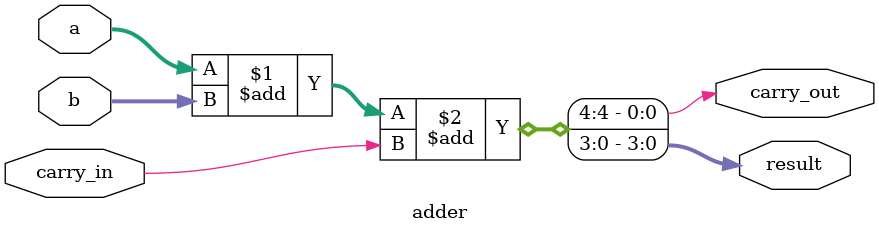
<source format=sv>
module adder #(
   parameter N = 4
) (
   input  logic [N-1:0] a, b,
   input  logic         carry_in,
   output logic [N-1:0] result,
   output logic         carry_out,
);

   assign {carry_out, result} = a + b + carry_in;
endmodule
</source>
